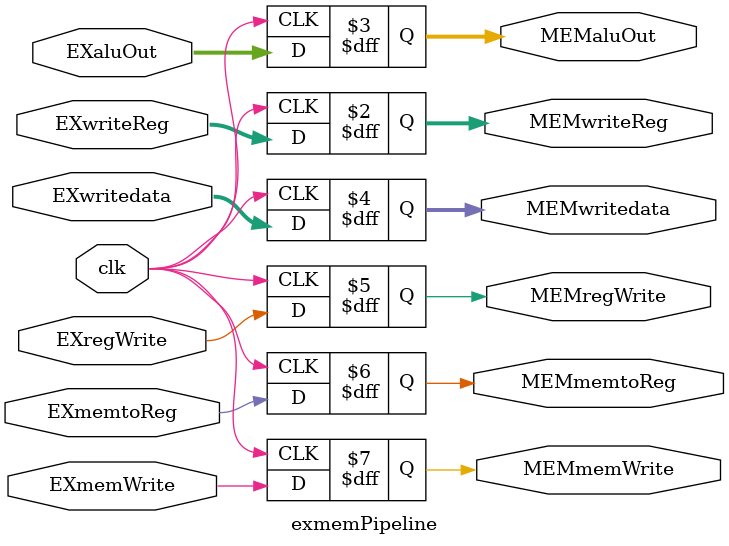
<source format=sv>
`timescale 1ns / 1ps
module exmemPipeline(EXaluOut,EXwritedata,EXwriteReg,EXregWrite,EXmemtoReg,EXmemWrite,
				  MEMaluOut,MEMwritedata,MEMwriteReg,MEMregWrite,MEMmemtoReg,MEMmemWrite,clk);
				  
input [31:0]EXaluOut,EXwritedata;
input [4:0]EXwriteReg;
input clk;
input EXregWrite,EXmemtoReg,EXmemWrite;

output reg[4:0]MEMwriteReg;
output reg[31:0]MEMaluOut,MEMwritedata;
output reg MEMregWrite,MEMmemtoReg,MEMmemWrite;

always @(posedge clk)
begin
MEMwriteReg=EXwriteReg;
MEMaluOut=EXaluOut;
MEMwritedata=EXwritedata;

MEMregWrite=EXregWrite;
MEMmemtoReg=EXmemtoReg;
MEMmemWrite=EXmemWrite;
end

endmodule
</source>
